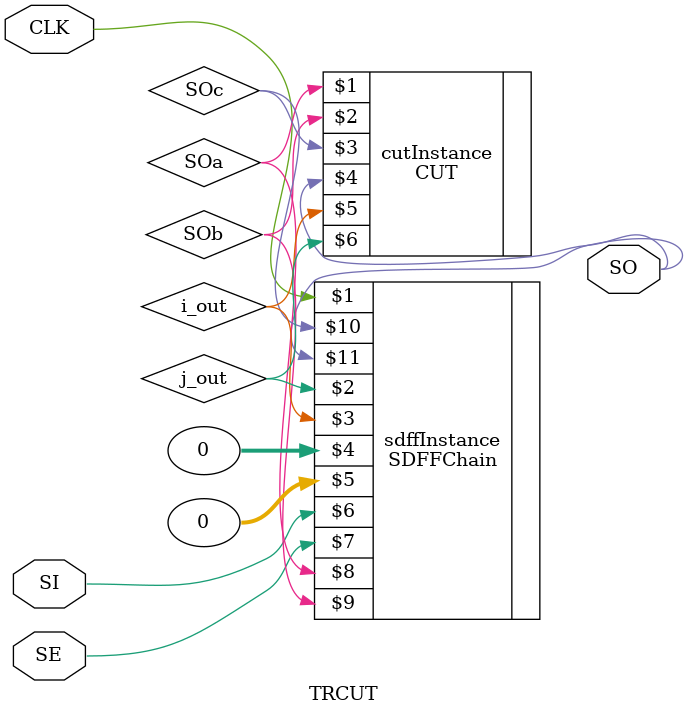
<source format=v>
`timescale 1ns/1ps

module TRCUT(SI, SE, CLK, SO);

	input SI, SE, CLK;
	output SO;
	//Input wires for each element
	wire SI, SE, CLK;
	//Output wires for each element
	wire i_out, j_out;
	wire SOa, SOb, SOc, SO;
	
	//Structure of the test circuit
	SDFFChain sdffInstance(CLK, j_out, i_out, 0, 0, SI, SE, SOa, SOb, SOc, SO);
	CUT cutInstance(SOa, SOb, SOc, SO, i_out, j_out);

endmodule
</source>
